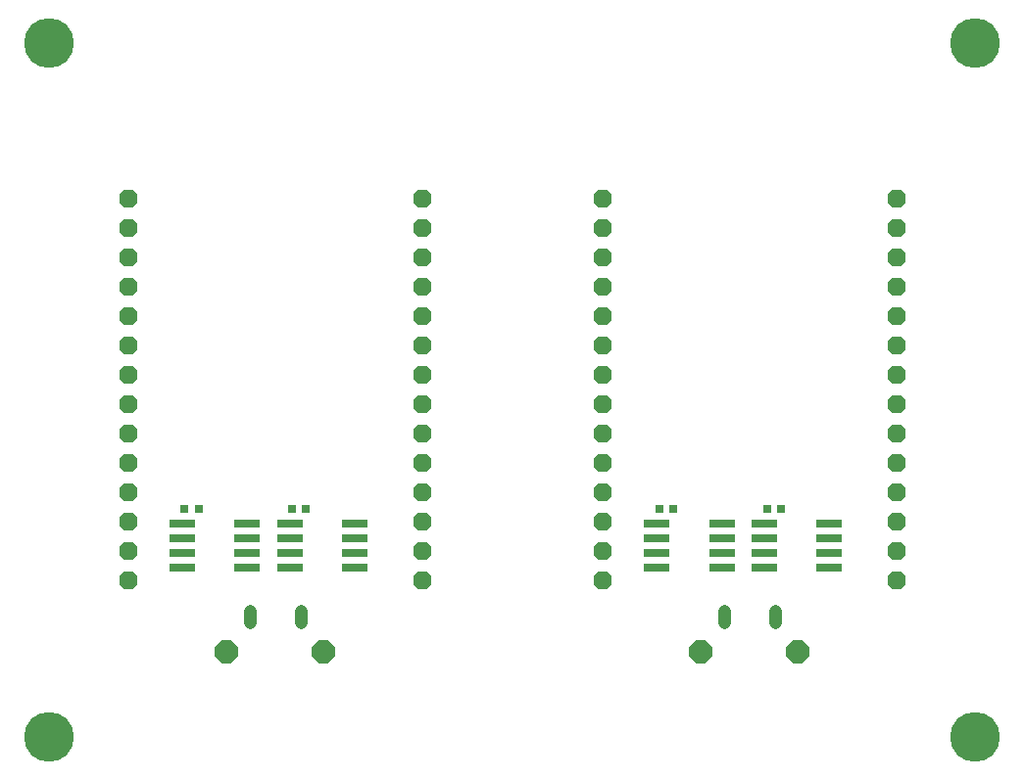
<source format=gbs>
G75*
%MOIN*%
%OFA0B0*%
%FSLAX25Y25*%
%IPPOS*%
%LPD*%
%AMOC8*
5,1,8,0,0,1.08239X$1,22.5*
%
%ADD10C,0.16929*%
%ADD11OC8,0.06299*%
%ADD12R,0.09055X0.02756*%
%ADD13R,0.09055X0.02559*%
%ADD14R,0.03150X0.03150*%
%ADD15OC8,0.07874*%
%ADD16C,0.04331*%
D10*
X0058658Y0068776D03*
X0058658Y0304996D03*
X0373619Y0304996D03*
X0373619Y0068776D03*
D11*
X0346847Y0121886D03*
X0346847Y0131886D03*
X0346847Y0141886D03*
X0346847Y0151886D03*
X0346847Y0161886D03*
X0346847Y0171886D03*
X0346847Y0181886D03*
X0346847Y0191886D03*
X0346847Y0201886D03*
X0346847Y0211886D03*
X0346847Y0221886D03*
X0346847Y0231886D03*
X0346847Y0241886D03*
X0346847Y0251886D03*
X0246847Y0251886D03*
X0246847Y0241886D03*
X0246847Y0231886D03*
X0246847Y0221886D03*
X0246847Y0211886D03*
X0246847Y0201886D03*
X0246847Y0191886D03*
X0246847Y0181886D03*
X0246847Y0171886D03*
X0246847Y0161886D03*
X0246847Y0151886D03*
X0246847Y0141886D03*
X0246847Y0131886D03*
X0246847Y0121886D03*
X0185430Y0121886D03*
X0185430Y0131886D03*
X0185430Y0141886D03*
X0185430Y0151886D03*
X0185430Y0161886D03*
X0185430Y0171886D03*
X0185430Y0181886D03*
X0185430Y0191886D03*
X0185430Y0201886D03*
X0185430Y0211886D03*
X0185430Y0221886D03*
X0185430Y0231886D03*
X0185430Y0241886D03*
X0185430Y0251886D03*
X0085430Y0251886D03*
X0085430Y0241886D03*
X0085430Y0231886D03*
X0085430Y0221886D03*
X0085430Y0211886D03*
X0085430Y0201886D03*
X0085430Y0191886D03*
X0085430Y0181886D03*
X0085430Y0171886D03*
X0085430Y0161886D03*
X0085430Y0151886D03*
X0085430Y0141886D03*
X0085430Y0131886D03*
X0085430Y0121886D03*
D12*
X0103934Y0126256D03*
X0103934Y0141217D03*
X0125981Y0141217D03*
X0140548Y0141217D03*
X0140548Y0126256D03*
X0125981Y0126256D03*
X0162595Y0126256D03*
X0162595Y0141217D03*
X0265351Y0141217D03*
X0265351Y0126256D03*
X0287398Y0126256D03*
X0301965Y0126256D03*
X0301965Y0141217D03*
X0287398Y0141217D03*
X0324012Y0141217D03*
X0324012Y0126256D03*
D13*
X0324012Y0131276D03*
X0324012Y0136197D03*
X0301965Y0136197D03*
X0301965Y0131276D03*
X0287398Y0131276D03*
X0287398Y0136197D03*
X0265351Y0136197D03*
X0265351Y0131276D03*
X0162595Y0131276D03*
X0162595Y0136197D03*
X0140548Y0136197D03*
X0140548Y0131276D03*
X0125981Y0131276D03*
X0125981Y0136197D03*
X0103934Y0136197D03*
X0103934Y0131276D03*
D14*
X0104721Y0146335D03*
X0109446Y0146335D03*
X0141335Y0146335D03*
X0146060Y0146335D03*
X0266138Y0146335D03*
X0270863Y0146335D03*
X0302753Y0146335D03*
X0307477Y0146335D03*
D15*
X0313383Y0097713D03*
X0280312Y0097713D03*
X0151965Y0097713D03*
X0118894Y0097713D03*
D16*
X0126768Y0107555D02*
X0126768Y0111492D01*
X0144091Y0111492D02*
X0144091Y0107555D01*
X0288186Y0107555D02*
X0288186Y0111492D01*
X0305509Y0111492D02*
X0305509Y0107555D01*
M02*

</source>
